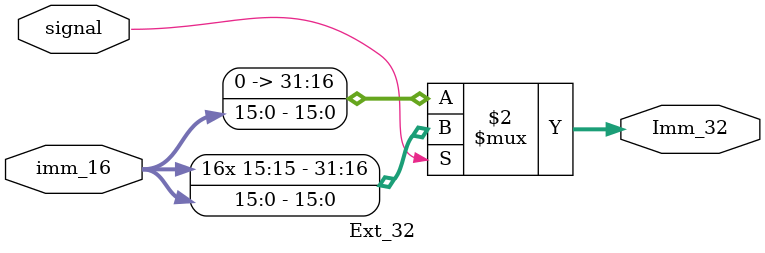
<source format=v>
`timescale 1ns / 1ps
module Ext_32(input signal, input[15:0]imm_16,output[31:0]Imm_32
    );
    
	assign Imm_32= (signal == 1'b1)?{imm_16[15],imm_16[15],imm_16[15],imm_16[15],imm_16[15],imm_16[15],imm_16[15],imm_16[15],imm_16[15],imm_16[15],imm_16[15],imm_16[15],imm_16[15],imm_16[15],imm_16[15],imm_16[15],imm_16[15:0]}:{16'h0, imm_16[15:0]};

endmodule

</source>
